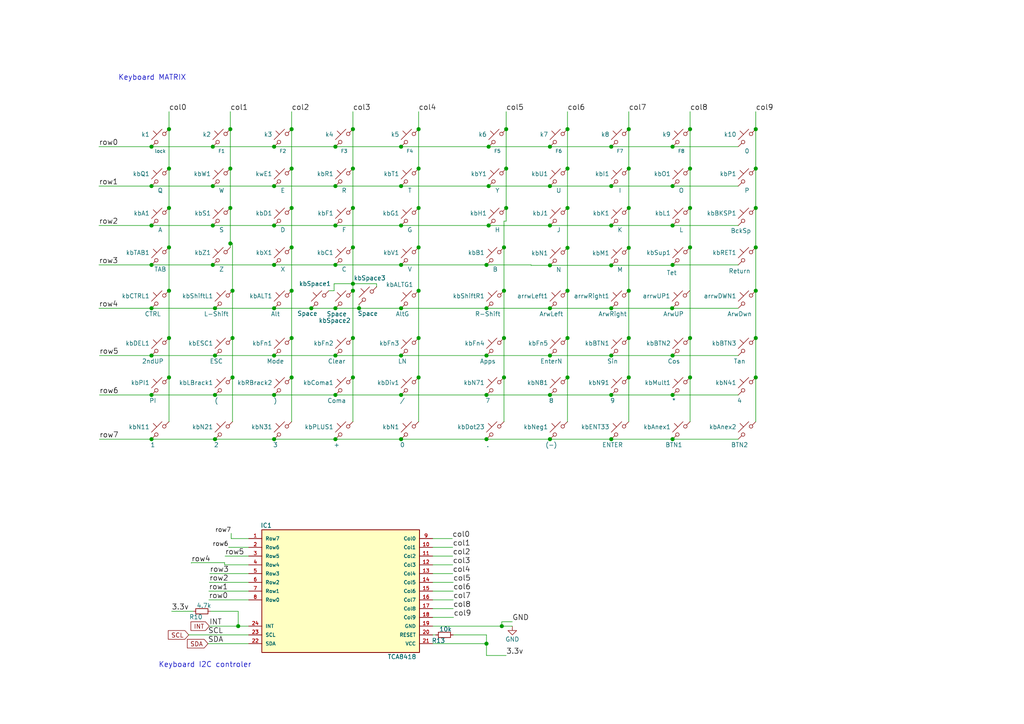
<source format=kicad_sch>
(kicad_sch (version 20200828) (generator eeschema)
  (page 2 2)
  (paper "A4")
  (lib_symbols
    (symbol "Device:R_Small" (pin_numbers hide) (pin_names (offset 0.254) hide)
      (property "Reference" "R" (at 0.762 0.508 0))
      (property "Value" "R_Small" (at 0.762 -1.016 0))
      (symbol "R_Small_0_1"
        (rectangle (start -0.762 1.778) (end 0.762 -1.778) (stroke (width 0.2032)))
      )
      (symbol "R_Small_1_1"
        (pin passive line (at 0 2.54 270) (length 0.762) (name "~") (number "1"))
        (pin passive line (at 0 -2.54 90) (length 0.762) (name "~") (number "2"))
      )
    )
    (symbol "kb5-rescue:SW_Push_45deg-sw_push_45deg-ESP32-S2-WROOM-rescue" (pin_numbers hide) (pin_names (offset 1.016) hide)
      (property "Reference" "SW" (at 3.048 1.016 0))
      (property "Value" "SW_Push_45deg-sw_push_45deg-ESP32-S2-WROOM-rescue" (at 0 -3.81 0))
      (symbol "SW_Push_45deg-sw_push_45deg-ESP32-S2-WROOM-rescue_0_1"
        (circle (center -1.1684 1.1684) (radius 0.508))
        (circle (center 1.143 -1.1938) (radius 0.508))
        (polyline (pts (xy -0.508 2.54) (xy 2.54 -0.508)))
        (polyline (pts (xy 1.016 1.016) (xy 2.032 2.032)))
        (polyline (pts (xy -2.54 2.54) (xy -1.524 1.524) (xy -1.524 1.524)))
        (polyline (pts (xy 1.524 -1.524) (xy 2.54 -2.54) (xy 2.54 -2.54) (xy 2.54 -2.54)))
        (pin passive line (at -2.54 2.54 0) (length 0) (name "1") (number "1"))
        (pin passive line (at 2.54 -2.54 180) (length 0) (name "2") (number "2"))
      )
    )
    (symbol "kb5-rescue:TCA8418-tca8418-ESP32-S2-WROOM-rescue" (pin_names (offset 1.016))
      (property "Reference" "IC" (at -21.59 19.05 0))
      (property "Value" "TCA8418-tca8418-ESP32-S2-WROOM-rescue" (at 17.78 -19.05 0))
      (property "Footprint" "WQFN24" (at 0 0 0))
      (symbol "TCA8418-tca8418-ESP32-S2-WROOM-rescue_0_1"
        (rectangle (start 22.86 17.78) (end -22.86 -17.78) (stroke (width 0.254)) (fill (type background)))
      )
      (symbol "TCA8418-tca8418-ESP32-S2-WROOM-rescue_1_1"
        (pin unspecified line (at -26.67 15.24 0) (length 3.81) (name "Row7") (number "1"))
        (pin bidirectional line (at 26.67 12.7 180) (length 3.81) (name "Col1") (number "10"))
        (pin bidirectional line (at 26.67 10.16 180) (length 3.81) (name "Col2") (number "11"))
        (pin bidirectional line (at 26.67 7.62 180) (length 3.81) (name "Col3") (number "12"))
        (pin bidirectional line (at 26.67 5.08 180) (length 3.81) (name "Col4") (number "13"))
        (pin bidirectional line (at 26.67 2.54 180) (length 3.81) (name "Col5") (number "14"))
        (pin bidirectional line (at 26.67 0 180) (length 3.81) (name "Col6") (number "15"))
        (pin bidirectional line (at 26.67 -2.54 180) (length 3.81) (name "Col7") (number "16"))
        (pin bidirectional line (at 26.67 -5.08 180) (length 3.81) (name "Col8") (number "17"))
        (pin bidirectional line (at 26.67 -7.62 180) (length 3.81) (name "Col9") (number "18"))
        (pin bidirectional line (at 26.67 -10.16 180) (length 3.81) (name "GND") (number "19"))
        (pin unspecified line (at -26.67 12.7 0) (length 3.81) (name "Row6") (number "2"))
        (pin bidirectional line (at 26.67 -12.7 180) (length 3.81) (name "RESET") (number "20"))
        (pin bidirectional line (at 26.67 -15.24 180) (length 3.81) (name "VCC") (number "21"))
        (pin power_in line (at -26.67 -15.24 0) (length 3.81) (name "SDA") (number "22"))
        (pin power_in line (at -26.67 -12.7 0) (length 3.81) (name "SCL") (number "23"))
        (pin power_in line (at -26.67 -10.16 0) (length 3.81) (name "INT") (number "24"))
        (pin unspecified line (at -26.67 10.16 0) (length 3.81) (name "Row5") (number "3"))
        (pin unspecified line (at -26.67 7.62 0) (length 3.81) (name "Row4") (number "4"))
        (pin unspecified line (at -26.67 5.08 0) (length 3.81) (name "Row3") (number "5"))
        (pin unspecified line (at -26.67 2.54 0) (length 3.81) (name "Row2") (number "6"))
        (pin unspecified line (at -26.67 0 0) (length 3.81) (name "Row1") (number "7"))
        (pin unspecified line (at -26.67 -2.54 0) (length 3.81) (name "Row0") (number "8"))
        (pin bidirectional line (at 26.67 15.24 180) (length 3.81) (name "Col0") (number "9"))
      )
    )
    (symbol "power:GND" (power) (pin_names (offset 0))
      (property "Value" "GND" (at 0 -3.81 0))
      (symbol "GND_0_1"
        (polyline (pts (xy 0 0) (xy 0 -1.27) (xy 1.27 -1.27) (xy 0 -2.54) (xy -1.27 -1.27) (xy 0 -1.27)))
      )
      (symbol "GND_1_1"
        (pin power_in line (at 0 0 270) (length 0) hide (name "GND") (number "1"))
      )
    )
  )
  (junction (at 43.942 42.545) (diameter 1.016))
  (junction (at 43.942 53.975) (diameter 1.016))
  (junction (at 43.942 65.405) (diameter 1.016))
  (junction (at 43.942 76.835) (diameter 1.016))
  (junction (at 43.942 89.408) (diameter 1.016))
  (junction (at 43.942 103.124) (diameter 1.016))
  (junction (at 43.942 114.554) (diameter 1.016))
  (junction (at 43.942 127.381) (diameter 1.016))
  (junction (at 49.022 37.465) (diameter 1.016))
  (junction (at 49.022 48.895) (diameter 1.016))
  (junction (at 49.022 60.325) (diameter 1.016))
  (junction (at 49.022 71.755) (diameter 1.016))
  (junction (at 49.022 84.328) (diameter 1.016))
  (junction (at 49.022 98.044) (diameter 1.016))
  (junction (at 49.022 109.474) (diameter 1.016))
  (junction (at 61.722 42.545) (diameter 1.016))
  (junction (at 61.722 53.975) (diameter 1.016))
  (junction (at 61.722 65.405) (diameter 1.016))
  (junction (at 61.722 76.835) (diameter 1.016))
  (junction (at 62.357 89.408) (diameter 1.016))
  (junction (at 62.357 103.124) (diameter 1.016))
  (junction (at 62.357 114.554) (diameter 1.016))
  (junction (at 62.357 127.381) (diameter 1.016))
  (junction (at 66.802 37.465) (diameter 1.016))
  (junction (at 66.802 48.895) (diameter 1.016))
  (junction (at 66.802 60.325) (diameter 1.016))
  (junction (at 66.802 70.612) (diameter 1.016))
  (junction (at 67.437 84.328) (diameter 1.016))
  (junction (at 67.437 98.044) (diameter 1.016))
  (junction (at 67.437 109.474) (diameter 1.016))
  (junction (at 69.088 181.61) (diameter 1.016))
  (junction (at 79.502 42.545) (diameter 1.016))
  (junction (at 79.502 53.975) (diameter 1.016))
  (junction (at 79.502 65.405) (diameter 1.016))
  (junction (at 79.502 76.835) (diameter 1.016))
  (junction (at 79.502 89.408) (diameter 1.016))
  (junction (at 79.502 103.124) (diameter 1.016))
  (junction (at 79.502 114.554) (diameter 1.016))
  (junction (at 79.502 127.381) (diameter 1.016))
  (junction (at 84.582 37.465) (diameter 1.016))
  (junction (at 84.582 48.895) (diameter 1.016))
  (junction (at 84.582 60.325) (diameter 1.016))
  (junction (at 84.582 71.755) (diameter 1.016))
  (junction (at 84.582 84.328) (diameter 1.016))
  (junction (at 84.582 98.044) (diameter 1.016))
  (junction (at 84.582 109.474) (diameter 1.016))
  (junction (at 90.297 89.408) (diameter 1.016))
  (junction (at 97.282 42.545) (diameter 1.016))
  (junction (at 97.282 53.975) (diameter 1.016))
  (junction (at 97.282 65.405) (diameter 1.016))
  (junction (at 97.282 76.835) (diameter 1.016))
  (junction (at 97.282 89.408) (diameter 1.016))
  (junction (at 97.282 103.124) (diameter 1.016))
  (junction (at 97.282 114.554) (diameter 1.016))
  (junction (at 97.282 127.381) (diameter 1.016))
  (junction (at 102.362 37.465) (diameter 1.016))
  (junction (at 102.362 48.895) (diameter 1.016))
  (junction (at 102.362 60.325) (diameter 1.016))
  (junction (at 102.362 71.755) (diameter 1.016))
  (junction (at 102.362 82.296) (diameter 1.016))
  (junction (at 102.362 84.328) (diameter 1.016))
  (junction (at 102.362 98.044) (diameter 1.016))
  (junction (at 102.362 109.474) (diameter 1.016))
  (junction (at 104.14 89.408) (diameter 1.016))
  (junction (at 116.332 42.545) (diameter 1.016))
  (junction (at 116.332 53.975) (diameter 1.016))
  (junction (at 116.332 65.405) (diameter 1.016))
  (junction (at 116.332 76.835) (diameter 1.016))
  (junction (at 116.332 89.408) (diameter 1.016))
  (junction (at 116.332 103.124) (diameter 1.016))
  (junction (at 116.332 114.554) (diameter 1.016))
  (junction (at 116.332 127.381) (diameter 1.016))
  (junction (at 121.412 37.465) (diameter 1.016))
  (junction (at 121.412 48.895) (diameter 1.016))
  (junction (at 121.412 60.325) (diameter 1.016))
  (junction (at 121.412 71.755) (diameter 1.016))
  (junction (at 121.412 84.328) (diameter 1.016))
  (junction (at 121.412 98.044) (diameter 1.016))
  (junction (at 121.412 109.474) (diameter 1.016))
  (junction (at 141.097 76.835) (diameter 1.016))
  (junction (at 141.097 89.408) (diameter 1.016))
  (junction (at 141.097 103.124) (diameter 1.016))
  (junction (at 141.097 114.554) (diameter 1.016))
  (junction (at 141.097 127.381) (diameter 1.016))
  (junction (at 141.097 186.69) (diameter 1.016))
  (junction (at 141.732 42.545) (diameter 1.016))
  (junction (at 141.732 53.975) (diameter 1.016))
  (junction (at 141.732 65.405) (diameter 1.016))
  (junction (at 145.542 181.61) (diameter 1.016))
  (junction (at 146.177 71.755) (diameter 1.016))
  (junction (at 146.177 84.328) (diameter 1.016))
  (junction (at 146.177 98.044) (diameter 1.016))
  (junction (at 146.177 109.474) (diameter 1.016))
  (junction (at 146.812 37.465) (diameter 1.016))
  (junction (at 146.812 48.895) (diameter 1.016))
  (junction (at 146.812 60.325) (diameter 1.016))
  (junction (at 159.512 42.545) (diameter 1.016))
  (junction (at 159.512 53.975) (diameter 1.016))
  (junction (at 159.512 65.405) (diameter 1.016))
  (junction (at 159.512 76.962) (diameter 1.016))
  (junction (at 159.512 89.408) (diameter 1.016))
  (junction (at 159.512 103.124) (diameter 1.016))
  (junction (at 159.512 114.554) (diameter 1.016))
  (junction (at 159.512 127.381) (diameter 1.016))
  (junction (at 164.592 37.465) (diameter 1.016))
  (junction (at 164.592 48.895) (diameter 1.016))
  (junction (at 164.592 60.325) (diameter 1.016))
  (junction (at 164.592 71.882) (diameter 1.016))
  (junction (at 164.592 84.328) (diameter 1.016))
  (junction (at 164.592 98.044) (diameter 1.016))
  (junction (at 164.592 109.474) (diameter 1.016))
  (junction (at 177.292 42.545) (diameter 1.016))
  (junction (at 177.292 53.975) (diameter 1.016))
  (junction (at 177.292 65.405) (diameter 1.016))
  (junction (at 177.292 76.962) (diameter 1.016))
  (junction (at 177.292 89.408) (diameter 1.016))
  (junction (at 177.292 103.124) (diameter 1.016))
  (junction (at 177.292 114.554) (diameter 1.016))
  (junction (at 177.292 127.381) (diameter 1.016))
  (junction (at 182.372 37.465) (diameter 1.016))
  (junction (at 182.372 48.895) (diameter 1.016))
  (junction (at 182.372 60.325) (diameter 1.016))
  (junction (at 182.372 71.882) (diameter 1.016))
  (junction (at 182.372 84.328) (diameter 1.016))
  (junction (at 182.372 98.044) (diameter 1.016))
  (junction (at 182.372 109.474) (diameter 1.016))
  (junction (at 194.945 89.408) (diameter 1.016))
  (junction (at 195.072 42.545) (diameter 1.016))
  (junction (at 195.072 53.975) (diameter 1.016))
  (junction (at 195.072 65.405) (diameter 1.016))
  (junction (at 195.072 76.835) (diameter 1.016))
  (junction (at 195.072 103.124) (diameter 1.016))
  (junction (at 195.072 114.554) (diameter 1.016))
  (junction (at 195.072 127.381) (diameter 1.016))
  (junction (at 200.152 37.465) (diameter 1.016))
  (junction (at 200.152 48.895) (diameter 1.016))
  (junction (at 200.152 60.325) (diameter 1.016))
  (junction (at 200.152 71.755) (diameter 1.016))
  (junction (at 200.152 98.044) (diameter 1.016))
  (junction (at 200.152 109.474) (diameter 1.016))
  (junction (at 219.202 37.465) (diameter 1.016))
  (junction (at 219.202 48.895) (diameter 1.016))
  (junction (at 219.202 60.325) (diameter 1.016))
  (junction (at 219.202 71.755) (diameter 1.016))
  (junction (at 219.202 84.328) (diameter 1.016))
  (junction (at 219.202 98.044) (diameter 1.016))
  (junction (at 219.202 109.474) (diameter 1.016))
  (wire (pts (xy 28.702 42.545) (xy 43.942 42.545)))
  (wire (pts (xy 28.702 53.975) (xy 43.942 53.975)))
  (wire (pts (xy 28.702 65.405) (xy 43.942 65.405)))
  (wire (pts (xy 28.702 76.835) (xy 43.942 76.835)))
  (wire (pts (xy 28.702 89.408) (xy 43.942 89.408)))
  (wire (pts (xy 28.829 103.124) (xy 43.942 103.124)))
  (wire (pts (xy 28.829 114.554) (xy 43.942 114.554)))
  (wire (pts (xy 28.829 127.381) (xy 43.942 127.381)))
  (wire (pts (xy 43.942 42.545) (xy 61.722 42.545)))
  (wire (pts (xy 43.942 53.975) (xy 61.722 53.975)))
  (wire (pts (xy 43.942 65.405) (xy 61.722 65.405)))
  (wire (pts (xy 43.942 76.835) (xy 61.722 76.835)))
  (wire (pts (xy 43.942 89.408) (xy 62.357 89.408)))
  (wire (pts (xy 43.942 103.124) (xy 62.357 103.124)))
  (wire (pts (xy 43.942 114.554) (xy 62.357 114.554)))
  (wire (pts (xy 43.942 127.381) (xy 62.357 127.381)))
  (wire (pts (xy 49.022 32.385) (xy 49.022 37.465)))
  (wire (pts (xy 49.022 37.465) (xy 49.022 48.895)))
  (wire (pts (xy 49.022 48.895) (xy 49.022 60.325)))
  (wire (pts (xy 49.022 60.325) (xy 49.022 71.755)))
  (wire (pts (xy 49.022 71.755) (xy 49.022 84.328)))
  (wire (pts (xy 49.022 84.328) (xy 49.022 98.044)))
  (wire (pts (xy 49.022 98.044) (xy 49.022 109.474)))
  (wire (pts (xy 49.022 109.474) (xy 49.022 122.301)))
  (wire (pts (xy 54.737 184.15) (xy 72.136 184.15)))
  (wire (pts (xy 55.499 163.195) (xy 55.499 163.322)))
  (wire (pts (xy 56.007 177.292) (xy 49.784 177.292)))
  (wire (pts (xy 60.706 181.61) (xy 69.088 181.61)))
  (wire (pts (xy 61.087 177.292) (xy 69.088 177.292)))
  (wire (pts (xy 61.722 42.545) (xy 79.502 42.545)))
  (wire (pts (xy 61.722 53.975) (xy 79.502 53.975)))
  (wire (pts (xy 61.722 65.405) (xy 79.502 65.405)))
  (wire (pts (xy 61.722 76.835) (xy 79.502 76.835)))
  (wire (pts (xy 62.357 89.408) (xy 79.502 89.408)))
  (wire (pts (xy 62.357 103.124) (xy 79.502 103.124)))
  (wire (pts (xy 62.357 114.554) (xy 79.502 114.554)))
  (wire (pts (xy 62.357 127.381) (xy 79.502 127.381)))
  (wire (pts (xy 65.151 163.195) (xy 55.499 163.195)))
  (wire (pts (xy 65.151 163.83) (xy 65.151 163.195)))
  (wire (pts (xy 65.278 161.29) (xy 72.136 161.29)))
  (wire (pts (xy 66.802 32.385) (xy 66.802 37.465)))
  (wire (pts (xy 66.802 37.465) (xy 66.802 48.895)))
  (wire (pts (xy 66.802 48.895) (xy 66.802 60.325)))
  (wire (pts (xy 66.802 60.325) (xy 66.802 70.612)))
  (wire (pts (xy 66.802 70.612) (xy 66.802 71.755)))
  (wire (pts (xy 66.802 70.612) (xy 67.437 70.612)))
  (wire (pts (xy 67.056 156.21) (xy 67.056 154.686)))
  (wire (pts (xy 67.056 156.21) (xy 72.136 156.21)))
  (wire (pts (xy 67.437 70.612) (xy 67.437 84.328)))
  (wire (pts (xy 67.437 84.328) (xy 67.437 98.044)))
  (wire (pts (xy 67.437 98.044) (xy 67.437 109.474)))
  (wire (pts (xy 67.437 109.474) (xy 67.437 122.301)))
  (wire (pts (xy 69.088 177.292) (xy 69.088 181.61)))
  (wire (pts (xy 69.088 181.61) (xy 72.136 181.61)))
  (wire (pts (xy 72.136 158.75) (xy 66.294 158.75)))
  (wire (pts (xy 72.136 163.83) (xy 65.151 163.83)))
  (wire (pts (xy 72.136 166.37) (xy 60.833 166.37)))
  (wire (pts (xy 72.136 168.91) (xy 60.706 168.91)))
  (wire (pts (xy 72.136 171.45) (xy 60.579 171.45)))
  (wire (pts (xy 72.136 173.99) (xy 60.579 173.99)))
  (wire (pts (xy 72.136 186.69) (xy 60.325 186.69)))
  (wire (pts (xy 79.502 42.545) (xy 97.282 42.545)))
  (wire (pts (xy 79.502 53.975) (xy 97.282 53.975)))
  (wire (pts (xy 79.502 65.405) (xy 97.282 65.405)))
  (wire (pts (xy 79.502 76.835) (xy 97.282 76.835)))
  (wire (pts (xy 79.502 89.408) (xy 90.297 89.408)))
  (wire (pts (xy 79.502 103.124) (xy 97.282 103.124)))
  (wire (pts (xy 79.502 114.554) (xy 97.282 114.554)))
  (wire (pts (xy 79.502 127.381) (xy 97.282 127.381)))
  (wire (pts (xy 84.582 32.385) (xy 84.582 37.465)))
  (wire (pts (xy 84.582 37.465) (xy 84.582 48.895)))
  (wire (pts (xy 84.582 48.895) (xy 84.582 60.325)))
  (wire (pts (xy 84.582 60.325) (xy 84.582 71.755)))
  (wire (pts (xy 84.582 71.755) (xy 84.582 84.328)))
  (wire (pts (xy 84.582 84.328) (xy 84.582 98.044)))
  (wire (pts (xy 84.582 98.044) (xy 84.582 109.474)))
  (wire (pts (xy 84.582 109.474) (xy 84.582 122.301)))
  (wire (pts (xy 90.297 89.408) (xy 97.282 89.408)))
  (wire (pts (xy 95.377 84.328) (xy 96.901 84.328)))
  (wire (pts (xy 96.901 82.296) (xy 102.362 82.296)))
  (wire (pts (xy 96.901 84.328) (xy 96.901 82.296)))
  (wire (pts (xy 97.282 42.545) (xy 116.332 42.545)))
  (wire (pts (xy 97.282 53.975) (xy 116.332 53.975)))
  (wire (pts (xy 97.282 65.405) (xy 116.332 65.405)))
  (wire (pts (xy 97.282 76.835) (xy 116.332 76.835)))
  (wire (pts (xy 97.282 89.408) (xy 104.14 89.408)))
  (wire (pts (xy 97.282 103.124) (xy 116.332 103.124)))
  (wire (pts (xy 97.282 114.554) (xy 116.332 114.554)))
  (wire (pts (xy 97.282 127.381) (xy 116.332 127.381)))
  (wire (pts (xy 102.362 32.385) (xy 102.362 37.465)))
  (wire (pts (xy 102.362 37.465) (xy 102.362 48.895)))
  (wire (pts (xy 102.362 48.895) (xy 102.362 60.325)))
  (wire (pts (xy 102.362 60.325) (xy 102.362 71.755)))
  (wire (pts (xy 102.362 71.755) (xy 102.362 82.296)))
  (wire (pts (xy 102.362 82.296) (xy 102.362 84.328)))
  (wire (pts (xy 102.362 84.328) (xy 102.362 98.044)))
  (wire (pts (xy 102.362 98.044) (xy 102.362 109.474)))
  (wire (pts (xy 102.362 109.474) (xy 102.362 122.301)))
  (wire (pts (xy 104.14 88.265) (xy 104.14 89.408)))
  (wire (pts (xy 104.14 89.408) (xy 116.332 89.408)))
  (wire (pts (xy 109.22 82.296) (xy 102.362 82.296)))
  (wire (pts (xy 109.22 83.185) (xy 109.22 82.296)))
  (wire (pts (xy 116.332 42.545) (xy 141.732 42.545)))
  (wire (pts (xy 116.332 53.975) (xy 141.732 53.975)))
  (wire (pts (xy 116.332 65.405) (xy 141.732 65.405)))
  (wire (pts (xy 116.332 76.835) (xy 141.097 76.835)))
  (wire (pts (xy 116.332 89.408) (xy 141.097 89.408)))
  (wire (pts (xy 116.332 103.124) (xy 141.097 103.124)))
  (wire (pts (xy 116.332 114.554) (xy 141.097 114.554)))
  (wire (pts (xy 116.332 127.381) (xy 141.097 127.381)))
  (wire (pts (xy 121.412 32.385) (xy 121.412 37.465)))
  (wire (pts (xy 121.412 37.465) (xy 121.412 48.895)))
  (wire (pts (xy 121.412 48.895) (xy 121.412 60.325)))
  (wire (pts (xy 121.412 60.325) (xy 121.412 71.755)))
  (wire (pts (xy 121.412 71.755) (xy 121.412 84.328)))
  (wire (pts (xy 121.412 84.328) (xy 121.412 98.044)))
  (wire (pts (xy 121.412 98.044) (xy 121.412 109.474)))
  (wire (pts (xy 121.412 109.474) (xy 121.412 122.301)))
  (wire (pts (xy 125.476 156.21) (xy 131.191 156.21)))
  (wire (pts (xy 125.476 158.75) (xy 131.318 158.75)))
  (wire (pts (xy 125.476 161.29) (xy 131.318 161.29)))
  (wire (pts (xy 125.476 163.83) (xy 131.318 163.83)))
  (wire (pts (xy 125.476 166.37) (xy 131.318 166.37)))
  (wire (pts (xy 125.476 168.91) (xy 131.445 168.91)))
  (wire (pts (xy 125.476 171.45) (xy 131.445 171.45)))
  (wire (pts (xy 125.476 173.99) (xy 131.445 173.99)))
  (wire (pts (xy 125.476 176.53) (xy 131.445 176.53)))
  (wire (pts (xy 125.476 179.07) (xy 131.572 179.07)))
  (wire (pts (xy 125.476 181.61) (xy 145.542 181.61)))
  (wire (pts (xy 125.476 184.15) (xy 126.365 184.15)))
  (wire (pts (xy 125.476 186.69) (xy 141.097 186.69)))
  (wire (pts (xy 131.445 184.15) (xy 141.097 184.15)))
  (wire (pts (xy 141.097 76.835) (xy 154.051 76.835)))
  (wire (pts (xy 141.097 89.408) (xy 159.512 89.408)))
  (wire (pts (xy 141.097 103.124) (xy 159.512 103.124)))
  (wire (pts (xy 141.097 114.554) (xy 159.512 114.554)))
  (wire (pts (xy 141.097 127.381) (xy 159.512 127.381)))
  (wire (pts (xy 141.097 184.15) (xy 141.097 186.69)))
  (wire (pts (xy 141.097 186.69) (xy 141.097 190.119)))
  (wire (pts (xy 141.097 190.119) (xy 146.812 190.119)))
  (wire (pts (xy 141.732 42.545) (xy 159.512 42.545)))
  (wire (pts (xy 141.732 53.975) (xy 159.512 53.975)))
  (wire (pts (xy 141.732 65.405) (xy 159.512 65.405)))
  (wire (pts (xy 145.542 180.34) (xy 145.542 181.61)))
  (wire (pts (xy 145.542 181.61) (xy 148.59 181.61)))
  (wire (pts (xy 146.177 64.135) (xy 146.177 71.755)))
  (wire (pts (xy 146.177 71.755) (xy 146.177 84.328)))
  (wire (pts (xy 146.177 84.328) (xy 146.177 98.044)))
  (wire (pts (xy 146.177 98.044) (xy 146.177 109.474)))
  (wire (pts (xy 146.177 109.474) (xy 146.177 122.301)))
  (wire (pts (xy 146.812 32.385) (xy 146.812 37.465)))
  (wire (pts (xy 146.812 37.465) (xy 146.812 48.895)))
  (wire (pts (xy 146.812 48.895) (xy 146.812 60.325)))
  (wire (pts (xy 146.812 60.325) (xy 146.812 64.135)))
  (wire (pts (xy 146.812 64.135) (xy 146.177 64.135)))
  (wire (pts (xy 148.59 180.34) (xy 145.542 180.34)))
  (wire (pts (xy 154.051 76.835) (xy 154.051 76.962)))
  (wire (pts (xy 154.051 76.962) (xy 159.512 76.962)))
  (wire (pts (xy 159.512 42.545) (xy 177.292 42.545)))
  (wire (pts (xy 159.512 53.975) (xy 177.292 53.975)))
  (wire (pts (xy 159.512 65.405) (xy 177.292 65.405)))
  (wire (pts (xy 159.512 76.962) (xy 177.292 76.962)))
  (wire (pts (xy 159.512 89.408) (xy 177.292 89.408)))
  (wire (pts (xy 159.512 103.124) (xy 177.292 103.124)))
  (wire (pts (xy 159.512 114.554) (xy 177.292 114.554)))
  (wire (pts (xy 159.512 127.381) (xy 177.292 127.381)))
  (wire (pts (xy 164.592 32.385) (xy 164.592 37.465)))
  (wire (pts (xy 164.592 37.465) (xy 164.592 48.895)))
  (wire (pts (xy 164.592 48.895) (xy 164.592 60.325)))
  (wire (pts (xy 164.592 60.325) (xy 164.592 71.882)))
  (wire (pts (xy 164.592 71.882) (xy 164.592 84.328)))
  (wire (pts (xy 164.592 84.328) (xy 164.592 98.044)))
  (wire (pts (xy 164.592 98.044) (xy 164.592 109.474)))
  (wire (pts (xy 164.592 109.474) (xy 164.592 122.301)))
  (wire (pts (xy 177.292 42.545) (xy 195.072 42.545)))
  (wire (pts (xy 177.292 53.975) (xy 195.072 53.975)))
  (wire (pts (xy 177.292 65.405) (xy 195.072 65.405)))
  (wire (pts (xy 177.292 76.962) (xy 195.072 76.962)))
  (wire (pts (xy 177.292 89.408) (xy 194.945 89.408)))
  (wire (pts (xy 177.292 103.124) (xy 195.072 103.124)))
  (wire (pts (xy 177.292 114.554) (xy 195.072 114.554)))
  (wire (pts (xy 177.292 127.381) (xy 195.072 127.381)))
  (wire (pts (xy 182.372 32.385) (xy 182.372 37.465)))
  (wire (pts (xy 182.372 37.465) (xy 182.372 48.895)))
  (wire (pts (xy 182.372 48.895) (xy 182.372 60.325)))
  (wire (pts (xy 182.372 60.325) (xy 182.372 71.882)))
  (wire (pts (xy 182.372 71.882) (xy 182.372 84.328)))
  (wire (pts (xy 182.372 84.328) (xy 182.372 98.044)))
  (wire (pts (xy 182.372 98.044) (xy 182.372 109.474)))
  (wire (pts (xy 182.372 109.474) (xy 182.372 122.301)))
  (wire (pts (xy 194.945 89.408) (xy 214.122 89.408)))
  (wire (pts (xy 195.072 42.545) (xy 214.122 42.545)))
  (wire (pts (xy 195.072 53.975) (xy 214.122 53.975)))
  (wire (pts (xy 195.072 65.405) (xy 214.122 65.405)))
  (wire (pts (xy 195.072 76.835) (xy 214.122 76.835)))
  (wire (pts (xy 195.072 76.962) (xy 195.072 76.835)))
  (wire (pts (xy 195.072 103.124) (xy 214.122 103.124)))
  (wire (pts (xy 195.072 114.554) (xy 214.122 114.554)))
  (wire (pts (xy 195.072 127.381) (xy 214.122 127.381)))
  (wire (pts (xy 200.152 32.385) (xy 200.152 37.465)))
  (wire (pts (xy 200.152 37.465) (xy 200.152 48.895)))
  (wire (pts (xy 200.152 48.895) (xy 200.152 60.325)))
  (wire (pts (xy 200.152 60.325) (xy 200.152 71.755)))
  (wire (pts (xy 200.152 71.755) (xy 200.152 98.044)))
  (wire (pts (xy 200.152 98.044) (xy 200.152 109.474)))
  (wire (pts (xy 200.152 109.474) (xy 200.152 122.301)))
  (wire (pts (xy 219.202 32.385) (xy 219.202 37.465)))
  (wire (pts (xy 219.202 37.465) (xy 219.202 48.895)))
  (wire (pts (xy 219.202 48.895) (xy 219.202 60.325)))
  (wire (pts (xy 219.202 60.325) (xy 219.202 71.755)))
  (wire (pts (xy 219.202 71.755) (xy 219.202 84.328)))
  (wire (pts (xy 219.202 84.328) (xy 219.202 98.044)))
  (wire (pts (xy 219.202 98.044) (xy 219.202 109.474)))
  (wire (pts (xy 219.202 109.474) (xy 219.202 122.301)))
  (text "Keyboard MATRIX" (at 34.29 23.495 0) (effects (font (size 1.524 1.524)) (justify left bottom)))
  (text "Keyboard I2C controler" (at 45.974 193.802 0) (effects (font (size 1.524 1.524)) (justify left bottom)))
  (label "row0" (at 28.702 42.545 0) (effects (font (size 1.524 1.524))))
  (label "row1" (at 28.702 53.975 0) (effects (font (size 1.524 1.524))))
  (label "row2" (at 28.702 65.405 0) (effects (font (size 1.524 1.524))))
  (label "row3" (at 28.702 76.835 0) (effects (font (size 1.524 1.524))))
  (label "row4" (at 28.702 89.408 0) (effects (font (size 1.524 1.524))))
  (label "row5" (at 28.829 103.124 0) (effects (font (size 1.524 1.524))))
  (label "row6" (at 28.829 114.554 0) (effects (font (size 1.524 1.524))))
  (label "row7" (at 28.829 127.381 0) (effects (font (size 1.524 1.524))))
  (label "col0" (at 49.022 32.385 0) (effects (font (size 1.524 1.524))))
  (label "3.3v" (at 49.784 177.292 0) (effects (font (size 1.524 1.524))))
  (label "row4" (at 55.499 163.322 0) (effects (font (size 1.524 1.524))))
  (label "SCL" (at 60.325 184.15 0) (effects (font (size 1.524 1.524))))
  (label "SDA" (at 60.325 186.69 0) (effects (font (size 1.524 1.524))))
  (label "row1" (at 60.579 171.45 0) (effects (font (size 1.524 1.524))))
  (label "row0" (at 60.579 173.99 0) (effects (font (size 1.524 1.524))))
  (label "row2" (at 60.706 168.91 0) (effects (font (size 1.524 1.524))))
  (label "INT" (at 60.706 181.61 0) (effects (font (size 1.524 1.524))))
  (label "row3" (at 60.833 166.37 0) (effects (font (size 1.524 1.524))))
  (label "row5" (at 65.278 161.29 0) (effects (font (size 1.524 1.524))))
  (label "row6" (at 66.294 158.75 180))
  (label "col1" (at 66.802 32.385 0) (effects (font (size 1.524 1.524))))
  (label "row7" (at 67.056 154.686 180))
  (label "col2" (at 84.582 32.385 0) (effects (font (size 1.524 1.524))))
  (label "col3" (at 102.362 32.385 0) (effects (font (size 1.524 1.524))))
  (label "col4" (at 121.412 32.385 0) (effects (font (size 1.524 1.524))))
  (label "col0" (at 131.191 156.21 0) (effects (font (size 1.524 1.524))))
  (label "col1" (at 131.318 158.75 0) (effects (font (size 1.524 1.524))))
  (label "col2" (at 131.318 161.29 0) (effects (font (size 1.524 1.524))))
  (label "col3" (at 131.318 163.83 0) (effects (font (size 1.524 1.524))))
  (label "col4" (at 131.318 166.37 0) (effects (font (size 1.524 1.524))))
  (label "col5" (at 131.445 168.91 0) (effects (font (size 1.524 1.524))))
  (label "col6" (at 131.445 171.45 0) (effects (font (size 1.524 1.524))))
  (label "col7" (at 131.445 173.99 0) (effects (font (size 1.524 1.524))))
  (label "col8" (at 131.445 176.53 0) (effects (font (size 1.524 1.524))))
  (label "col9" (at 131.572 179.07 0) (effects (font (size 1.524 1.524))))
  (label "col5" (at 146.812 32.385 0) (effects (font (size 1.524 1.524))))
  (label "3.3v" (at 146.812 190.119 0) (effects (font (size 1.524 1.524))))
  (label "GND" (at 148.59 180.34 0) (effects (font (size 1.524 1.524))))
  (label "col6" (at 164.592 32.385 0) (effects (font (size 1.524 1.524))))
  (label "col7" (at 182.372 32.385 0) (effects (font (size 1.524 1.524))))
  (label "col8" (at 200.152 32.385 0) (effects (font (size 1.524 1.524))))
  (label "col9" (at 219.202 32.385 0) (effects (font (size 1.524 1.524))))
  (global_label "SCL" (shape input) (at 54.737 184.15 180))
  (global_label "SDA" (shape input) (at 60.325 186.69 180))
  (global_label "INT" (shape input) (at 60.706 181.61 180))
  (symbol (lib_id "power:GND") (at 148.59 181.61 0)
    (property "Reference" "#PWR0110" (effects hide))
    (property "Value" "GND" (at 148.59 185.42 0))
  )
  (symbol (lib_id "Device:R_Small") (at 58.547 177.292 270)
    (property "Reference" "R10" (at 54.864 178.943 90) (effects (justify left)))
    (property "Value" "4.7k" (at 57.023 175.641 90) (effects (justify left)))
    (property "Footprint" "Resistor_SMD:R_0805_2012Metric_Pad1.15x1.40mm_HandSolder" (effects hide))
  )
  (symbol (lib_id "Device:R_Small") (at 128.905 184.15 270)
    (property "Reference" "R13" (at 125.222 185.801 90) (effects (justify left)))
    (property "Value" "10k" (at 127.381 182.499 90) (effects (justify left)))
    (property "Footprint" "Resistor_SMD:R_0805_2012Metric_Pad1.15x1.40mm_HandSolder" (effects hide))
  )
  (symbol (lib_id "kb5-rescue:SW_Push_45deg-sw_push_45deg-ESP32-S2-WROOM-rescue") (at 46.482 40.005 0) (mirror y)
    (property "Reference" "k1" (at 43.434 38.989 0) (effects (justify left)))
    (property "Value" "lock" (at 46.482 43.815 0) (effects (font (size 1 1))))
    (property "Footprint" "18650:Kbpad" (effects hide))
    (property "Datasheet" "https://fr.aliexpress.com/item/32820232659.html Button 6*6*5" (effects hide))
  )
  (symbol (lib_id "kb5-rescue:SW_Push_45deg-sw_push_45deg-ESP32-S2-WROOM-rescue") (at 46.482 51.435 0) (mirror y)
    (property "Reference" "kbQ1" (at 43.434 50.419 0) (effects (justify left)))
    (property "Value" "Q" (at 46.482 55.245 0))
    (property "Footprint" "Button_Switch_SMD:SW_SPST_B3SL-1002P" (effects hide))
  )
  (symbol (lib_id "kb5-rescue:SW_Push_45deg-sw_push_45deg-ESP32-S2-WROOM-rescue") (at 46.482 62.865 0) (mirror y)
    (property "Reference" "kbA1" (at 43.434 61.849 0) (effects (justify left)))
    (property "Value" "A" (at 46.482 66.675 0))
    (property "Footprint" "Button_Switch_SMD:SW_SPST_B3SL-1002P" (effects hide))
  )
  (symbol (lib_id "kb5-rescue:SW_Push_45deg-sw_push_45deg-ESP32-S2-WROOM-rescue") (at 46.482 74.295 0) (mirror y)
    (property "Reference" "kbTAB1" (at 43.434 73.279 0) (effects (justify left)))
    (property "Value" "TAB" (at 46.482 78.105 0))
    (property "Footprint" "Button_Switch_SMD:SW_SPST_B3SL-1002P" (effects hide))
  )
  (symbol (lib_id "kb5-rescue:SW_Push_45deg-sw_push_45deg-ESP32-S2-WROOM-rescue") (at 46.482 86.868 0) (mirror y)
    (property "Reference" "kbCTRL1" (at 43.434 85.852 0) (effects (justify left)))
    (property "Value" "CTRL" (at 44.323 91.059 0))
    (property "Footprint" "Button_Switch_SMD:SW_SPST_B3SL-1002P" (effects hide))
  )
  (symbol (lib_id "kb5-rescue:SW_Push_45deg-sw_push_45deg-ESP32-S2-WROOM-rescue") (at 46.482 100.584 0) (mirror y)
    (property "Reference" "kbDEL1" (at 43.434 99.568 0) (effects (justify left)))
    (property "Value" "2ndUP" (at 44.323 104.775 0))
    (property "Footprint" "Button_Switch_SMD:SW_SPST_B3SL-1002P" (effects hide))
  )
  (symbol (lib_id "kb5-rescue:SW_Push_45deg-sw_push_45deg-ESP32-S2-WROOM-rescue") (at 46.482 112.014 0) (mirror y)
    (property "Reference" "kbPI1" (at 43.434 110.998 0) (effects (justify left)))
    (property "Value" "PI" (at 44.323 116.205 0))
    (property "Footprint" "Button_Switch_SMD:SW_SPST_B3SL-1002P" (effects hide))
  )
  (symbol (lib_id "kb5-rescue:SW_Push_45deg-sw_push_45deg-ESP32-S2-WROOM-rescue") (at 46.482 124.841 0) (mirror y)
    (property "Reference" "kbN11" (at 43.434 123.825 0) (effects (justify left)))
    (property "Value" "1" (at 44.323 129.032 0))
    (property "Footprint" "Button_Switch_SMD:SW_SPST_B3SL-1002P" (effects hide))
  )
  (symbol (lib_id "kb5-rescue:SW_Push_45deg-sw_push_45deg-ESP32-S2-WROOM-rescue") (at 64.262 40.005 0) (mirror y)
    (property "Reference" "k2" (at 61.214 38.989 0) (effects (justify left)))
    (property "Value" "F1" (at 64.262 43.815 0) (effects (font (size 1 1))))
    (property "Footprint" "18650:Kbpad" (effects hide))
  )
  (symbol (lib_id "kb5-rescue:SW_Push_45deg-sw_push_45deg-ESP32-S2-WROOM-rescue") (at 64.262 51.435 0) (mirror y)
    (property "Reference" "kbW1" (at 61.214 50.419 0) (effects (justify left)))
    (property "Value" "W" (at 64.262 55.245 0))
    (property "Footprint" "Button_Switch_SMD:SW_SPST_B3SL-1002P" (effects hide))
  )
  (symbol (lib_id "kb5-rescue:SW_Push_45deg-sw_push_45deg-ESP32-S2-WROOM-rescue") (at 64.262 62.865 0) (mirror y)
    (property "Reference" "kbS1" (at 61.214 61.849 0) (effects (justify left)))
    (property "Value" "S" (at 64.262 66.675 0))
    (property "Footprint" "Button_Switch_SMD:SW_SPST_B3SL-1002P" (effects hide))
  )
  (symbol (lib_id "kb5-rescue:SW_Push_45deg-sw_push_45deg-ESP32-S2-WROOM-rescue") (at 64.262 74.295 0) (mirror y)
    (property "Reference" "kbZ1" (at 61.214 73.279 0) (effects (justify left)))
    (property "Value" "Z" (at 64.262 78.105 0))
    (property "Footprint" "Button_Switch_SMD:SW_SPST_B3SL-1002P" (effects hide))
  )
  (symbol (lib_id "kb5-rescue:SW_Push_45deg-sw_push_45deg-ESP32-S2-WROOM-rescue") (at 64.897 86.868 0) (mirror y)
    (property "Reference" "kbShiftL1" (at 61.849 85.852 0) (effects (justify left)))
    (property "Value" "L-Shift" (at 62.738 91.059 0))
    (property "Footprint" "Button_Switch_SMD:SW_SPST_B3SL-1002P" (effects hide))
  )
  (symbol (lib_id "kb5-rescue:SW_Push_45deg-sw_push_45deg-ESP32-S2-WROOM-rescue") (at 64.897 100.584 0) (mirror y)
    (property "Reference" "kbESC1" (at 61.849 99.568 0) (effects (justify left)))
    (property "Value" "ESC" (at 62.738 104.775 0))
    (property "Footprint" "Button_Switch_SMD:SW_SPST_B3SL-1002P" (effects hide))
  )
  (symbol (lib_id "kb5-rescue:SW_Push_45deg-sw_push_45deg-ESP32-S2-WROOM-rescue") (at 64.897 112.014 0) (mirror y)
    (property "Reference" "kbLBrack1" (at 61.849 110.998 0) (effects (justify left)))
    (property "Value" "(" (at 62.738 116.205 0))
    (property "Footprint" "Button_Switch_SMD:SW_SPST_B3SL-1002P" (effects hide))
  )
  (symbol (lib_id "kb5-rescue:SW_Push_45deg-sw_push_45deg-ESP32-S2-WROOM-rescue") (at 64.897 124.841 0) (mirror y)
    (property "Reference" "kbN21" (at 61.849 123.825 0) (effects (justify left)))
    (property "Value" "2" (at 62.738 129.032 0))
    (property "Footprint" "Button_Switch_SMD:SW_SPST_B3SL-1002P" (effects hide))
  )
  (symbol (lib_id "kb5-rescue:SW_Push_45deg-sw_push_45deg-ESP32-S2-WROOM-rescue") (at 82.042 40.005 0) (mirror y)
    (property "Reference" "k3" (at 78.994 38.989 0) (effects (justify left)))
    (property "Value" "F2" (at 82.042 43.815 0) (effects (font (size 1 1))))
    (property "Footprint" "18650:Kbpad" (effects hide))
  )
  (symbol (lib_id "kb5-rescue:SW_Push_45deg-sw_push_45deg-ESP32-S2-WROOM-rescue") (at 82.042 51.435 0) (mirror y)
    (property "Reference" "kwE1" (at 78.994 50.419 0) (effects (justify left)))
    (property "Value" "E" (at 82.042 55.245 0))
    (property "Footprint" "Button_Switch_SMD:SW_SPST_B3SL-1002P" (effects hide))
  )
  (symbol (lib_id "kb5-rescue:SW_Push_45deg-sw_push_45deg-ESP32-S2-WROOM-rescue") (at 82.042 62.865 0) (mirror y)
    (property "Reference" "kbD1" (at 78.994 61.849 0) (effects (justify left)))
    (property "Value" "D" (at 82.042 66.675 0))
    (property "Footprint" "Button_Switch_SMD:SW_SPST_B3SL-1002P" (effects hide))
  )
  (symbol (lib_id "kb5-rescue:SW_Push_45deg-sw_push_45deg-ESP32-S2-WROOM-rescue") (at 82.042 74.295 0) (mirror y)
    (property "Reference" "kbX1" (at 78.994 73.279 0) (effects (justify left)))
    (property "Value" "X" (at 82.042 78.105 0))
    (property "Footprint" "Button_Switch_SMD:SW_SPST_B3SL-1002P" (effects hide))
  )
  (symbol (lib_id "kb5-rescue:SW_Push_45deg-sw_push_45deg-ESP32-S2-WROOM-rescue") (at 82.042 86.868 0) (mirror y)
    (property "Reference" "kbALT1" (at 78.994 85.852 0) (effects (justify left)))
    (property "Value" "Alt" (at 79.883 91.059 0))
    (property "Footprint" "Button_Switch_SMD:SW_SPST_B3SL-1002P" (effects hide))
  )
  (symbol (lib_id "kb5-rescue:SW_Push_45deg-sw_push_45deg-ESP32-S2-WROOM-rescue") (at 82.042 100.584 0) (mirror y)
    (property "Reference" "kbFn1" (at 78.994 99.568 0) (effects (justify left)))
    (property "Value" "Mode" (at 79.883 104.775 0))
    (property "Footprint" "Button_Switch_SMD:SW_SPST_B3SL-1002P" (effects hide))
  )
  (symbol (lib_id "kb5-rescue:SW_Push_45deg-sw_push_45deg-ESP32-S2-WROOM-rescue") (at 82.042 112.014 0) (mirror y)
    (property "Reference" "kbRBrack2" (at 78.994 110.998 0) (effects (justify left)))
    (property "Value" ")" (at 79.883 116.205 0))
    (property "Footprint" "Button_Switch_SMD:SW_SPST_B3SL-1002P" (effects hide))
  )
  (symbol (lib_id "kb5-rescue:SW_Push_45deg-sw_push_45deg-ESP32-S2-WROOM-rescue") (at 82.042 124.841 0) (mirror y)
    (property "Reference" "kbN31" (at 78.994 123.825 0) (effects (justify left)))
    (property "Value" "3" (at 79.883 129.032 0))
    (property "Footprint" "Button_Switch_SMD:SW_SPST_B3SL-1002P" (effects hide))
  )
  (symbol (lib_id "kb5-rescue:SW_Push_45deg-sw_push_45deg-ESP32-S2-WROOM-rescue") (at 92.837 86.868 0) (mirror y)
    (property "Reference" "kbSpace1" (at 96.012 82.296 0) (effects (justify left)))
    (property "Value" "Space" (at 89.154 90.932 0))
    (property "Footprint" "Button_Switch_SMD:SW_SPST_B3SL-1002P" (effects hide))
  )
  (symbol (lib_id "kb5-rescue:SW_Push_45deg-sw_push_45deg-ESP32-S2-WROOM-rescue") (at 99.822 40.005 0) (mirror y)
    (property "Reference" "k4" (at 96.774 38.989 0) (effects (justify left)))
    (property "Value" "F3" (at 99.822 43.815 0) (effects (font (size 1 1))))
    (property "Footprint" "18650:Kbpad" (effects hide))
  )
  (symbol (lib_id "kb5-rescue:SW_Push_45deg-sw_push_45deg-ESP32-S2-WROOM-rescue") (at 99.822 51.435 0) (mirror y)
    (property "Reference" "kbR1" (at 96.774 50.419 0) (effects (justify left)))
    (property "Value" "R" (at 99.822 55.245 0))
    (property "Footprint" "Button_Switch_SMD:SW_SPST_B3SL-1002P" (effects hide))
  )
  (symbol (lib_id "kb5-rescue:SW_Push_45deg-sw_push_45deg-ESP32-S2-WROOM-rescue") (at 99.822 62.865 0) (mirror y)
    (property "Reference" "kbF1" (at 96.774 61.849 0) (effects (justify left)))
    (property "Value" "F" (at 99.822 66.675 0))
    (property "Footprint" "Button_Switch_SMD:SW_SPST_B3SL-1002P" (effects hide))
  )
  (symbol (lib_id "kb5-rescue:SW_Push_45deg-sw_push_45deg-ESP32-S2-WROOM-rescue") (at 99.822 74.295 0) (mirror y)
    (property "Reference" "kbC1" (at 96.774 73.279 0) (effects (justify left)))
    (property "Value" "C" (at 99.822 78.105 0))
    (property "Footprint" "Button_Switch_SMD:SW_SPST_B3SL-1002P" (effects hide))
  )
  (symbol (lib_id "kb5-rescue:SW_Push_45deg-sw_push_45deg-ESP32-S2-WROOM-rescue") (at 99.822 86.868 0) (mirror y)
    (property "Reference" "kbSpace2" (at 101.727 92.964 0) (effects (justify left)))
    (property "Value" "Space" (at 97.663 91.059 0))
    (property "Footprint" "Button_Switch_SMD:SW_SPST_B3SL-1002P" (effects hide))
  )
  (symbol (lib_id "kb5-rescue:SW_Push_45deg-sw_push_45deg-ESP32-S2-WROOM-rescue") (at 99.822 100.584 0) (mirror y)
    (property "Reference" "kbFn2" (at 96.774 99.568 0) (effects (justify left)))
    (property "Value" "Clear" (at 97.663 104.775 0))
    (property "Footprint" "Button_Switch_SMD:SW_SPST_B3SL-1002P" (effects hide))
  )
  (symbol (lib_id "kb5-rescue:SW_Push_45deg-sw_push_45deg-ESP32-S2-WROOM-rescue") (at 99.822 112.014 0) (mirror y)
    (property "Reference" "kbComa1" (at 96.774 110.998 0) (effects (justify left)))
    (property "Value" "Coma" (at 97.663 116.205 0))
    (property "Footprint" "Button_Switch_SMD:SW_SPST_B3SL-1002P" (effects hide))
  )
  (symbol (lib_id "kb5-rescue:SW_Push_45deg-sw_push_45deg-ESP32-S2-WROOM-rescue") (at 99.822 124.841 0) (mirror y)
    (property "Reference" "kbPLUS1" (at 96.774 123.825 0) (effects (justify left)))
    (property "Value" "+" (at 97.663 129.032 0))
    (property "Footprint" "Button_Switch_SMD:SW_SPST_B3SL-1002P" (effects hide))
  )
  (symbol (lib_id "kb5-rescue:SW_Push_45deg-sw_push_45deg-ESP32-S2-WROOM-rescue") (at 106.68 85.725 0) (mirror y)
    (property "Reference" "kbSpace3" (at 111.887 80.645 0) (effects (justify left)))
    (property "Value" "Space" (at 106.68 90.932 0))
    (property "Footprint" "Button_Switch_SMD:SW_SPST_B3SL-1002P" (effects hide))
  )
  (symbol (lib_id "kb5-rescue:SW_Push_45deg-sw_push_45deg-ESP32-S2-WROOM-rescue") (at 118.872 40.005 0) (mirror y)
    (property "Reference" "k5" (at 115.824 38.989 0) (effects (justify left)))
    (property "Value" "F4" (at 118.872 43.815 0) (effects (font (size 1 1))))
    (property "Footprint" "Button_Switch_SMD:SW_SPST_B3SL-1002P" (effects hide))
  )
  (symbol (lib_id "kb5-rescue:SW_Push_45deg-sw_push_45deg-ESP32-S2-WROOM-rescue") (at 118.872 51.435 0) (mirror y)
    (property "Reference" "kbT1" (at 115.824 50.419 0) (effects (justify left)))
    (property "Value" "T" (at 118.872 55.245 0))
    (property "Footprint" "Button_Switch_SMD:SW_SPST_B3SL-1002P" (effects hide))
  )
  (symbol (lib_id "kb5-rescue:SW_Push_45deg-sw_push_45deg-ESP32-S2-WROOM-rescue") (at 118.872 62.865 0) (mirror y)
    (property "Reference" "kbG1" (at 115.824 61.849 0) (effects (justify left)))
    (property "Value" "G" (at 118.872 66.675 0))
    (property "Footprint" "Button_Switch_SMD:SW_SPST_B3SL-1002P" (effects hide))
  )
  (symbol (lib_id "kb5-rescue:SW_Push_45deg-sw_push_45deg-ESP32-S2-WROOM-rescue") (at 118.872 74.295 0) (mirror y)
    (property "Reference" "kbV1" (at 115.824 73.279 0) (effects (justify left)))
    (property "Value" "V" (at 118.872 78.105 0))
    (property "Footprint" "Button_Switch_SMD:SW_SPST_B3SL-1002P" (effects hide))
  )
  (symbol (lib_id "kb5-rescue:SW_Push_45deg-sw_push_45deg-ESP32-S2-WROOM-rescue") (at 118.872 86.868 0) (mirror y)
    (property "Reference" "kbALTG1" (at 119.888 82.55 0) (effects (justify left)))
    (property "Value" "AltG" (at 116.713 91.059 0))
    (property "Footprint" "Button_Switch_SMD:SW_SPST_B3SL-1002P" (effects hide))
  )
  (symbol (lib_id "kb5-rescue:SW_Push_45deg-sw_push_45deg-ESP32-S2-WROOM-rescue") (at 118.872 100.584 0) (mirror y)
    (property "Reference" "kbFn3" (at 115.824 99.568 0) (effects (justify left)))
    (property "Value" "LN" (at 116.713 104.775 0))
    (property "Footprint" "Button_Switch_SMD:SW_SPST_B3SL-1002P" (effects hide))
  )
  (symbol (lib_id "kb5-rescue:SW_Push_45deg-sw_push_45deg-ESP32-S2-WROOM-rescue") (at 118.872 112.014 0) (mirror y)
    (property "Reference" "kbDiv1" (at 115.824 110.998 0) (effects (justify left)))
    (property "Value" "/" (at 116.713 116.205 0))
    (property "Footprint" "Button_Switch_SMD:SW_SPST_B3SL-1002P" (effects hide))
  )
  (symbol (lib_id "kb5-rescue:SW_Push_45deg-sw_push_45deg-ESP32-S2-WROOM-rescue") (at 118.872 124.841 0) (mirror y)
    (property "Reference" "kbN1" (at 115.824 123.825 0) (effects (justify left)))
    (property "Value" "0" (at 116.713 129.032 0))
    (property "Footprint" "Button_Switch_SMD:SW_SPST_B3SL-1002P" (effects hide))
  )
  (symbol (lib_id "kb5-rescue:SW_Push_45deg-sw_push_45deg-ESP32-S2-WROOM-rescue") (at 143.637 74.295 0) (mirror y)
    (property "Reference" "kbB1" (at 140.589 73.279 0) (effects (justify left)))
    (property "Value" "B" (at 143.637 78.105 0))
    (property "Footprint" "Button_Switch_SMD:SW_SPST_B3SL-1002P" (effects hide))
  )
  (symbol (lib_id "kb5-rescue:SW_Push_45deg-sw_push_45deg-ESP32-S2-WROOM-rescue") (at 143.637 86.868 0) (mirror y)
    (property "Reference" "kbShiftR1" (at 140.589 85.852 0) (effects (justify left)))
    (property "Value" "R-Shift" (at 141.478 91.059 0))
    (property "Footprint" "Button_Switch_SMD:SW_SPST_B3SL-1002P" (effects hide))
  )
  (symbol (lib_id "kb5-rescue:SW_Push_45deg-sw_push_45deg-ESP32-S2-WROOM-rescue") (at 143.637 100.584 0) (mirror y)
    (property "Reference" "kbFn4" (at 140.589 99.568 0) (effects (justify left)))
    (property "Value" "Apps" (at 141.478 104.775 0))
    (property "Footprint" "Button_Switch_SMD:SW_SPST_B3SL-1002P" (effects hide))
  )
  (symbol (lib_id "kb5-rescue:SW_Push_45deg-sw_push_45deg-ESP32-S2-WROOM-rescue") (at 143.637 112.014 0) (mirror y)
    (property "Reference" "kbN71" (at 140.589 110.998 0) (effects (justify left)))
    (property "Value" "7" (at 141.478 116.205 0))
    (property "Footprint" "Button_Switch_SMD:SW_SPST_B3SL-1002P" (effects hide))
  )
  (symbol (lib_id "kb5-rescue:SW_Push_45deg-sw_push_45deg-ESP32-S2-WROOM-rescue") (at 143.637 124.841 0) (mirror y)
    (property "Reference" "kbDot23" (at 140.589 123.825 0) (effects (justify left)))
    (property "Value" "." (at 141.478 129.032 0))
    (property "Footprint" "Button_Switch_SMD:SW_SPST_B3SL-1002P" (effects hide))
  )
  (symbol (lib_id "kb5-rescue:SW_Push_45deg-sw_push_45deg-ESP32-S2-WROOM-rescue") (at 144.272 40.005 0) (mirror y)
    (property "Reference" "k6" (at 141.224 38.989 0) (effects (justify left)))
    (property "Value" "F5" (at 144.272 43.815 0) (effects (font (size 1 1))))
    (property "Footprint" "Button_Switch_SMD:SW_SPST_B3SL-1002P" (effects hide))
  )
  (symbol (lib_id "kb5-rescue:SW_Push_45deg-sw_push_45deg-ESP32-S2-WROOM-rescue") (at 144.272 51.435 0) (mirror y)
    (property "Reference" "kbY1" (at 141.224 50.419 0) (effects (justify left)))
    (property "Value" "Y" (at 144.272 55.245 0))
    (property "Footprint" "Button_Switch_SMD:SW_SPST_B3SL-1002P" (effects hide))
  )
  (symbol (lib_id "kb5-rescue:SW_Push_45deg-sw_push_45deg-ESP32-S2-WROOM-rescue") (at 144.272 62.865 0) (mirror y)
    (property "Reference" "kbH1" (at 141.224 61.849 0) (effects (justify left)))
    (property "Value" "H" (at 144.272 66.675 0))
    (property "Footprint" "Button_Switch_SMD:SW_SPST_B3SL-1002P" (effects hide))
  )
  (symbol (lib_id "kb5-rescue:SW_Push_45deg-sw_push_45deg-ESP32-S2-WROOM-rescue") (at 162.052 40.005 0) (mirror y)
    (property "Reference" "k7" (at 159.004 38.989 0) (effects (justify left)))
    (property "Value" "F6" (at 162.052 43.815 0) (effects (font (size 1 1))))
    (property "Footprint" "Button_Switch_SMD:SW_SPST_B3SL-1002P" (effects hide))
  )
  (symbol (lib_id "kb5-rescue:SW_Push_45deg-sw_push_45deg-ESP32-S2-WROOM-rescue") (at 162.052 51.435 0) (mirror y)
    (property "Reference" "kbU1" (at 159.004 50.419 0) (effects (justify left)))
    (property "Value" "U" (at 162.052 55.245 0))
    (property "Footprint" "Button_Switch_SMD:SW_SPST_B3SL-1002P" (effects hide))
  )
  (symbol (lib_id "kb5-rescue:SW_Push_45deg-sw_push_45deg-ESP32-S2-WROOM-rescue") (at 162.052 62.865 0) (mirror y)
    (property "Reference" "kbJ1" (at 159.004 61.849 0) (effects (justify left)))
    (property "Value" "J" (at 162.052 66.675 0))
    (property "Footprint" "Button_Switch_SMD:SW_SPST_B3SL-1002P" (effects hide))
  )
  (symbol (lib_id "kb5-rescue:SW_Push_45deg-sw_push_45deg-ESP32-S2-WROOM-rescue") (at 162.052 74.422 0) (mirror y)
    (property "Reference" "kbN1" (at 159.004 73.406 0) (effects (justify left)))
    (property "Value" "N" (at 162.052 78.232 0))
    (property "Footprint" "Button_Switch_SMD:SW_SPST_B3SL-1002P" (effects hide))
  )
  (symbol (lib_id "kb5-rescue:SW_Push_45deg-sw_push_45deg-ESP32-S2-WROOM-rescue") (at 162.052 86.868 0) (mirror y)
    (property "Reference" "arrwLeft1" (at 159.004 85.852 0) (effects (justify left)))
    (property "Value" "ArwLeft" (at 159.893 91.059 0))
    (property "Footprint" "Button_Switch_SMD:SW_SPST_B3SL-1002P" (effects hide))
  )
  (symbol (lib_id "kb5-rescue:SW_Push_45deg-sw_push_45deg-ESP32-S2-WROOM-rescue") (at 162.052 100.584 0) (mirror y)
    (property "Reference" "kbFn5" (at 159.004 99.568 0) (effects (justify left)))
    (property "Value" "EnterN" (at 159.893 104.775 0))
    (property "Footprint" "18650:2pads" (effects hide))
  )
  (symbol (lib_id "kb5-rescue:SW_Push_45deg-sw_push_45deg-ESP32-S2-WROOM-rescue") (at 162.052 112.014 0) (mirror y)
    (property "Reference" "kbN81" (at 159.004 110.998 0) (effects (justify left)))
    (property "Value" "8" (at 159.893 116.205 0))
    (property "Footprint" "18650:2pads" (effects hide))
  )
  (symbol (lib_id "kb5-rescue:SW_Push_45deg-sw_push_45deg-ESP32-S2-WROOM-rescue") (at 162.052 124.841 0) (mirror y)
    (property "Reference" "kbNeg1" (at 159.004 123.825 0) (effects (justify left)))
    (property "Value" "(-)" (at 159.893 129.032 0))
    (property "Footprint" "18650:2pads" (effects hide))
  )
  (symbol (lib_id "kb5-rescue:SW_Push_45deg-sw_push_45deg-ESP32-S2-WROOM-rescue") (at 179.832 40.005 0) (mirror y)
    (property "Reference" "k8" (at 176.784 38.989 0) (effects (justify left)))
    (property "Value" "F7" (at 179.832 43.815 0) (effects (font (size 1 1))))
    (property "Footprint" "Button_Switch_SMD:SW_SPST_B3SL-1002P" (effects hide))
  )
  (symbol (lib_id "kb5-rescue:SW_Push_45deg-sw_push_45deg-ESP32-S2-WROOM-rescue") (at 179.832 51.435 0) (mirror y)
    (property "Reference" "kbI1" (at 176.784 50.419 0) (effects (justify left)))
    (property "Value" "I" (at 179.832 55.245 0))
    (property "Footprint" "Button_Switch_SMD:SW_SPST_B3SL-1002P" (effects hide))
  )
  (symbol (lib_id "kb5-rescue:SW_Push_45deg-sw_push_45deg-ESP32-S2-WROOM-rescue") (at 179.832 62.865 0) (mirror y)
    (property "Reference" "kbK1" (at 176.784 61.849 0) (effects (justify left)))
    (property "Value" "K" (at 179.832 66.675 0))
    (property "Footprint" "Button_Switch_SMD:SW_SPST_B3SL-1002P" (effects hide))
  )
  (symbol (lib_id "kb5-rescue:SW_Push_45deg-sw_push_45deg-ESP32-S2-WROOM-rescue") (at 179.832 74.422 0) (mirror y)
    (property "Reference" "kbM1" (at 176.784 73.406 0) (effects (justify left)))
    (property "Value" "M" (at 179.832 78.232 0))
    (property "Footprint" "Button_Switch_SMD:SW_SPST_B3SL-1002P" (effects hide))
  )
  (symbol (lib_id "kb5-rescue:SW_Push_45deg-sw_push_45deg-ESP32-S2-WROOM-rescue") (at 179.832 86.868 0) (mirror y)
    (property "Reference" "arrwRight1" (at 176.784 85.852 0) (effects (justify left)))
    (property "Value" "ArwRight" (at 177.673 91.059 0))
    (property "Footprint" "Button_Switch_SMD:SW_SPST_B3SL-1002P" (effects hide))
  )
  (symbol (lib_id "kb5-rescue:SW_Push_45deg-sw_push_45deg-ESP32-S2-WROOM-rescue") (at 179.832 100.584 0) (mirror y)
    (property "Reference" "kbBTN1" (at 176.784 99.568 0) (effects (justify left)))
    (property "Value" "Sin" (at 177.673 104.775 0))
    (property "Footprint" "Button_Switch_SMD:SW_SPST_B3SL-1002P" (effects hide))
  )
  (symbol (lib_id "kb5-rescue:SW_Push_45deg-sw_push_45deg-ESP32-S2-WROOM-rescue") (at 179.832 112.014 0) (mirror y)
    (property "Reference" "kbN91" (at 176.784 110.998 0) (effects (justify left)))
    (property "Value" "9" (at 177.673 116.205 0))
    (property "Footprint" "Button_Switch_SMD:SW_SPST_B3SL-1002P" (effects hide))
  )
  (symbol (lib_id "kb5-rescue:SW_Push_45deg-sw_push_45deg-ESP32-S2-WROOM-rescue") (at 179.832 124.841 0) (mirror y)
    (property "Reference" "kbENT33" (at 176.784 123.825 0) (effects (justify left)))
    (property "Value" "ENTER" (at 177.673 129.032 0))
    (property "Footprint" "Button_Switch_SMD:SW_SPST_B3SL-1002P" (effects hide))
  )
  (symbol (lib_id "kb5-rescue:SW_Push_45deg-sw_push_45deg-ESP32-S2-WROOM-rescue") (at 197.485 86.868 0) (mirror y)
    (property "Reference" "arrwUP1" (at 194.437 85.852 0) (effects (justify left)))
    (property "Value" "ArwUP" (at 195.326 91.059 0))
    (property "Footprint" "Button_Switch_SMD:SW_SPST_B3SL-1002P" (effects hide))
  )
  (symbol (lib_id "kb5-rescue:SW_Push_45deg-sw_push_45deg-ESP32-S2-WROOM-rescue") (at 197.612 40.005 0) (mirror y)
    (property "Reference" "k9" (at 194.564 38.989 0) (effects (justify left)))
    (property "Value" "F8" (at 197.612 43.815 0) (effects (font (size 1 1))))
    (property "Footprint" "Button_Switch_SMD:SW_SPST_B3SL-1002P" (effects hide))
  )
  (symbol (lib_id "kb5-rescue:SW_Push_45deg-sw_push_45deg-ESP32-S2-WROOM-rescue") (at 197.612 51.435 0) (mirror y)
    (property "Reference" "kbO1" (at 194.564 50.419 0) (effects (justify left)))
    (property "Value" "O" (at 197.612 55.245 0))
    (property "Footprint" "Button_Switch_SMD:SW_SPST_B3SL-1002P" (effects hide))
  )
  (symbol (lib_id "kb5-rescue:SW_Push_45deg-sw_push_45deg-ESP32-S2-WROOM-rescue") (at 197.612 62.865 0) (mirror y)
    (property "Reference" "kbL1" (at 194.564 61.849 0) (effects (justify left)))
    (property "Value" "L" (at 197.612 66.675 0))
    (property "Footprint" "Button_Switch_SMD:SW_SPST_B3SL-1002P" (effects hide))
  )
  (symbol (lib_id "kb5-rescue:SW_Push_45deg-sw_push_45deg-ESP32-S2-WROOM-rescue") (at 197.612 74.295 0) (mirror y)
    (property "Reference" "kbSup1" (at 194.564 73.279 0) (effects (justify left)))
    (property "Value" "Tet" (at 194.818 79.121 0))
    (property "Footprint" "Button_Switch_SMD:SW_SPST_B3SL-1002P" (effects hide))
  )
  (symbol (lib_id "kb5-rescue:SW_Push_45deg-sw_push_45deg-ESP32-S2-WROOM-rescue") (at 197.612 100.584 0) (mirror y)
    (property "Reference" "kbBTN2" (at 194.564 99.568 0) (effects (justify left)))
    (property "Value" "Cos" (at 195.453 104.775 0))
    (property "Footprint" "Button_Switch_SMD:SW_SPST_B3SL-1002P" (effects hide))
  )
  (symbol (lib_id "kb5-rescue:SW_Push_45deg-sw_push_45deg-ESP32-S2-WROOM-rescue") (at 197.612 112.014 0) (mirror y)
    (property "Reference" "kbMult1" (at 194.564 110.998 0) (effects (justify left)))
    (property "Value" "*" (at 195.453 116.205 0))
    (property "Footprint" "Button_Switch_SMD:SW_SPST_B3SL-1002P" (effects hide))
  )
  (symbol (lib_id "kb5-rescue:SW_Push_45deg-sw_push_45deg-ESP32-S2-WROOM-rescue") (at 197.612 124.841 0) (mirror y)
    (property "Reference" "kbAnex1" (at 194.564 123.825 0) (effects (justify left)))
    (property "Value" "BTN1" (at 195.453 129.032 0))
    (property "Footprint" "Button_Switch_SMD:SW_SPST_B3SL-1002P" (effects hide))
  )
  (symbol (lib_id "kb5-rescue:SW_Push_45deg-sw_push_45deg-ESP32-S2-WROOM-rescue") (at 216.662 40.005 0) (mirror y)
    (property "Reference" "k10" (at 213.614 38.989 0) (effects (justify left)))
    (property "Value" "0" (at 216.662 43.815 0))
    (property "Footprint" "Button_Switch_SMD:SW_SPST_B3SL-1002P" (effects hide))
  )
  (symbol (lib_id "kb5-rescue:SW_Push_45deg-sw_push_45deg-ESP32-S2-WROOM-rescue") (at 216.662 51.435 0) (mirror y)
    (property "Reference" "kbP1" (at 213.614 50.419 0) (effects (justify left)))
    (property "Value" "P" (at 216.662 55.245 0))
    (property "Footprint" "Button_Switch_SMD:SW_SPST_B3SL-1002P" (effects hide))
  )
  (symbol (lib_id "kb5-rescue:SW_Push_45deg-sw_push_45deg-ESP32-S2-WROOM-rescue") (at 216.662 62.865 0) (mirror y)
    (property "Reference" "kbBKSP1" (at 213.614 61.849 0) (effects (justify left)))
    (property "Value" "BckSp" (at 214.884 66.929 0))
    (property "Footprint" "Button_Switch_SMD:SW_SPST_B3SL-1002P" (effects hide))
  )
  (symbol (lib_id "kb5-rescue:SW_Push_45deg-sw_push_45deg-ESP32-S2-WROOM-rescue") (at 216.662 74.295 0) (mirror y)
    (property "Reference" "kbRET1" (at 213.614 73.279 0) (effects (justify left)))
    (property "Value" "Return" (at 214.503 78.613 0))
    (property "Footprint" "Button_Switch_SMD:SW_SPST_B3SL-1002P" (effects hide))
  )
  (symbol (lib_id "kb5-rescue:SW_Push_45deg-sw_push_45deg-ESP32-S2-WROOM-rescue") (at 216.662 86.868 0) (mirror y)
    (property "Reference" "arrwDWN1" (at 213.614 85.852 0) (effects (justify left)))
    (property "Value" "ArwDwn" (at 214.503 91.059 0))
    (property "Footprint" "Button_Switch_SMD:SW_SPST_B3SL-1002P" (effects hide))
  )
  (symbol (lib_id "kb5-rescue:SW_Push_45deg-sw_push_45deg-ESP32-S2-WROOM-rescue") (at 216.662 100.584 0) (mirror y)
    (property "Reference" "kbBTN3" (at 213.614 99.568 0) (effects (justify left)))
    (property "Value" "Tan" (at 214.503 104.775 0))
    (property "Footprint" "18650:2pads" (effects hide))
  )
  (symbol (lib_id "kb5-rescue:SW_Push_45deg-sw_push_45deg-ESP32-S2-WROOM-rescue") (at 216.662 112.014 0) (mirror y)
    (property "Reference" "kbN41" (at 213.614 110.998 0) (effects (justify left)))
    (property "Value" "4" (at 214.503 116.205 0))
    (property "Footprint" "18650:2pads" (effects hide))
  )
  (symbol (lib_id "kb5-rescue:SW_Push_45deg-sw_push_45deg-ESP32-S2-WROOM-rescue") (at 216.662 124.841 0) (mirror y)
    (property "Reference" "kbAnex2" (at 213.614 123.825 0) (effects (justify left)))
    (property "Value" "BTN2" (at 214.503 129.032 0))
    (property "Footprint" "18650:2pads" (effects hide))
  )
  (symbol (lib_id "kb5-rescue:TCA8418-tca8418-ESP32-S2-WROOM-rescue") (at 98.806 171.45 0)
    (property "Reference" "IC1" (at 77.216 152.4 0))
    (property "Value" "TCA8418" (at 116.586 190.5 0))
    (property "Footprint" "18650:TCA8418-WQFN-24-1EP_4x4mm" (effects hide))
    (property "Datasheet" "https://www.ti.com/lit/ds/symlink/tca8418.pdf?ts=1592834448794" (effects hide))
  )
)
</source>
